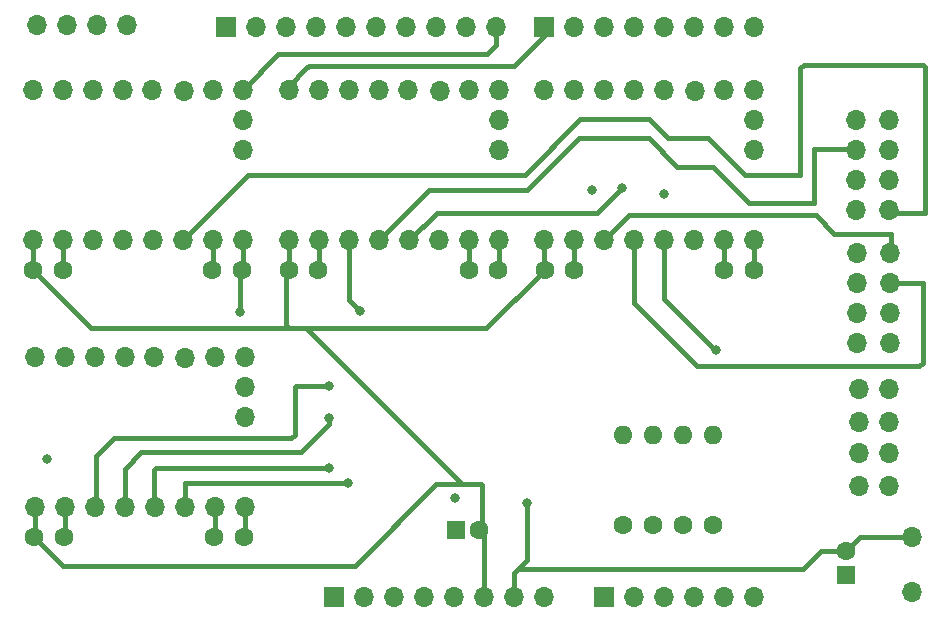
<source format=gbr>
%TF.GenerationSoftware,KiCad,Pcbnew,(6.0.6)*%
%TF.CreationDate,2022-07-08T17:21:04+08:00*%
%TF.ProjectId,Stepper,53746570-7065-4722-9e6b-696361645f70,rev?*%
%TF.SameCoordinates,Original*%
%TF.FileFunction,Copper,L4,Bot*%
%TF.FilePolarity,Positive*%
%FSLAX46Y46*%
G04 Gerber Fmt 4.6, Leading zero omitted, Abs format (unit mm)*
G04 Created by KiCad (PCBNEW (6.0.6)) date 2022-07-08 17:21:04*
%MOMM*%
%LPD*%
G01*
G04 APERTURE LIST*
%TA.AperFunction,ComponentPad*%
%ADD10R,1.700000X1.700000*%
%TD*%
%TA.AperFunction,ComponentPad*%
%ADD11O,1.700000X1.700000*%
%TD*%
%TA.AperFunction,ComponentPad*%
%ADD12C,1.600000*%
%TD*%
%TA.AperFunction,ComponentPad*%
%ADD13O,1.600000X1.600000*%
%TD*%
%TA.AperFunction,ComponentPad*%
%ADD14R,1.600000X1.600000*%
%TD*%
%TA.AperFunction,ViaPad*%
%ADD15C,0.800000*%
%TD*%
%TA.AperFunction,Conductor*%
%ADD16C,0.400000*%
%TD*%
G04 APERTURE END LIST*
D10*
%TO.P,J1,1,Pin_1*%
%TO.N,unconnected-(J1-Pad1)*%
X127940000Y-97460000D03*
D11*
%TO.P,J1,2,Pin_2*%
%TO.N,/IOREF*%
X130480000Y-97460000D03*
%TO.P,J1,3,Pin_3*%
%TO.N,/~{RESET}*%
X133020000Y-97460000D03*
%TO.P,J1,4,Pin_4*%
%TO.N,+3V3*%
X135560000Y-97460000D03*
%TO.P,J1,5,Pin_5*%
%TO.N,+5V*%
X138100000Y-97460000D03*
%TO.P,J1,6,Pin_6*%
%TO.N,GND*%
X140640000Y-97460000D03*
%TO.P,J1,7,Pin_7*%
X143180000Y-97460000D03*
%TO.P,J1,8,Pin_8*%
%TO.N,VCC*%
X145720000Y-97460000D03*
%TD*%
D10*
%TO.P,J3,1,Pin_1*%
%TO.N,/A0*%
X150800000Y-97460000D03*
D11*
%TO.P,J3,2,Pin_2*%
%TO.N,/A1*%
X153340000Y-97460000D03*
%TO.P,J3,3,Pin_3*%
%TO.N,/A2*%
X155880000Y-97460000D03*
%TO.P,J3,4,Pin_4*%
%TO.N,/A3*%
X158420000Y-97460000D03*
%TO.P,J3,5,Pin_5*%
%TO.N,/SDA{slash}A4*%
X160960000Y-97460000D03*
%TO.P,J3,6,Pin_6*%
%TO.N,/SCL{slash}A5*%
X163500000Y-97460000D03*
%TD*%
D10*
%TO.P,J2,1,Pin_1*%
%TO.N,/SCL{slash}A5*%
X118796000Y-49200000D03*
D11*
%TO.P,J2,2,Pin_2*%
%TO.N,/SDA{slash}A4*%
X121336000Y-49200000D03*
%TO.P,J2,3,Pin_3*%
%TO.N,/AREF*%
X123876000Y-49200000D03*
%TO.P,J2,4,Pin_4*%
%TO.N,GND*%
X126416000Y-49200000D03*
%TO.P,J2,5,Pin_5*%
%TO.N,/13*%
X128956000Y-49200000D03*
%TO.P,J2,6,Pin_6*%
%TO.N,/12*%
X131496000Y-49200000D03*
%TO.P,J2,7,Pin_7*%
%TO.N,/\u002A11*%
X134036000Y-49200000D03*
%TO.P,J2,8,Pin_8*%
%TO.N,/\u002A10*%
X136576000Y-49200000D03*
%TO.P,J2,9,Pin_9*%
%TO.N,/\u002A9*%
X139116000Y-49200000D03*
%TO.P,J2,10,Pin_10*%
%TO.N,/8*%
X141656000Y-49200000D03*
%TD*%
D10*
%TO.P,J4,1,Pin_1*%
%TO.N,/7*%
X145720000Y-49200000D03*
D11*
%TO.P,J4,2,Pin_2*%
%TO.N,/\u002A6*%
X148260000Y-49200000D03*
%TO.P,J4,3,Pin_3*%
%TO.N,/\u002A5*%
X150800000Y-49200000D03*
%TO.P,J4,4,Pin_4*%
%TO.N,/4*%
X153340000Y-49200000D03*
%TO.P,J4,5,Pin_5*%
%TO.N,/\u002A3*%
X155880000Y-49200000D03*
%TO.P,J4,6,Pin_6*%
%TO.N,/2*%
X158420000Y-49200000D03*
%TO.P,J4,7,Pin_7*%
%TO.N,/TX{slash}1*%
X160960000Y-49200000D03*
%TO.P,J4,8,Pin_8*%
%TO.N,/RX{slash}0*%
X163500000Y-49200000D03*
%TD*%
%TO.P,,D1,Pin_4*%
%TO.N,N/C*%
X120200000Y-57040000D03*
%TD*%
%TO.P,,D1,Pin_4*%
%TO.N,N/C*%
X134270000Y-67260000D03*
%TD*%
%TO.P,,D1,Pin_4*%
%TO.N,N/C*%
X174900000Y-79860000D03*
%TD*%
%TO.P,,D1,Pin_4*%
%TO.N,N/C*%
X134225799Y-54555827D03*
%TD*%
%TO.P,,D1,Pin_4*%
%TO.N,N/C*%
X131730000Y-67260000D03*
%TD*%
%TO.P,,D1,Pin_4*%
%TO.N,N/C*%
X104960000Y-67200000D03*
%TD*%
%TO.P,,D1,Pin_4*%
%TO.N,N/C*%
X172360000Y-79860000D03*
%TD*%
%TO.P,,D1,Pin_4*%
%TO.N,N/C*%
X117824201Y-77144173D03*
%TD*%
%TO.P,,D1,Pin_4*%
%TO.N,N/C*%
X112700000Y-77140000D03*
%TD*%
%TO.P,,D1,Pin_4*%
%TO.N,N/C*%
X158491710Y-54571710D03*
%TD*%
D12*
%TO.P,REF\u002A\u002A,1*%
%TO.N,N/C*%
X139350000Y-69800000D03*
%TO.P,REF\u002A\u002A,2*%
X141850000Y-69800000D03*
%TD*%
D11*
%TO.P,,D1,Pin_4*%
%TO.N,N/C*%
X117660000Y-67200000D03*
%TD*%
%TO.P,,D1,Pin_4*%
%TO.N,N/C*%
X148260000Y-54500000D03*
%TD*%
%TO.P,,D1,Pin_4*%
%TO.N,N/C*%
X175000000Y-75960000D03*
%TD*%
%TO.P,,D1,Pin_4*%
%TO.N,N/C*%
X148260000Y-67200000D03*
%TD*%
%TO.P,,D1,Pin_4*%
%TO.N,N/C*%
X172100000Y-59640000D03*
%TD*%
%TO.P,,D1,Pin_4*%
%TO.N,N/C*%
X105124201Y-77144173D03*
%TD*%
%TO.P,,D1,Pin_4*%
%TO.N,N/C*%
X120364201Y-82224173D03*
%TD*%
%TO.P,,D1,Pin_4*%
%TO.N,N/C*%
X139350000Y-67260000D03*
%TD*%
%TO.P,,D1,Pin_4*%
%TO.N,N/C*%
X120200000Y-54500000D03*
%TD*%
%TO.P,,D1,Pin_4*%
%TO.N,N/C*%
X150800000Y-67200000D03*
%TD*%
%TO.P,,D1,Pin_4*%
%TO.N,N/C*%
X172100000Y-57100000D03*
%TD*%
%TO.P,,D1,Pin_4*%
%TO.N,N/C*%
X175000000Y-70880000D03*
%TD*%
%TO.P,,D1,Pin_4*%
%TO.N,N/C*%
X145720000Y-67200000D03*
%TD*%
%TO.P,,D1,Pin_4*%
%TO.N,N/C*%
X163500000Y-67200000D03*
%TD*%
%TO.P,,D1,Pin_4*%
%TO.N,N/C*%
X175000000Y-73420000D03*
%TD*%
%TO.P,,D1,Pin_4*%
%TO.N,N/C*%
X150800000Y-54500000D03*
%TD*%
%TO.P,,D1,Pin_4*%
%TO.N,N/C*%
X163500000Y-59580000D03*
%TD*%
%TO.P,,D1,Pin_4*%
%TO.N,N/C*%
X124110000Y-54560000D03*
%TD*%
%TO.P,,D1,Pin_4*%
%TO.N,N/C*%
X120200000Y-59580000D03*
%TD*%
D12*
%TO.P,REF\u002A\u002A,1*%
%TO.N,N/C*%
X160960000Y-69740000D03*
%TO.P,REF\u002A\u002A,2*%
X163460000Y-69740000D03*
%TD*%
%TO.P,REF\u002A\u002A,1*%
%TO.N,N/C*%
X160000000Y-91310000D03*
D13*
%TO.P,REF\u002A\u002A,2*%
X160000000Y-83690000D03*
%TD*%
D11*
%TO.P,,D1,Pin_4*%
%TO.N,N/C*%
X126650000Y-67260000D03*
%TD*%
%TO.P,,D1,Pin_4*%
%TO.N,N/C*%
X115355911Y-77215883D03*
%TD*%
%TO.P,,D1,Pin_4*%
%TO.N,N/C*%
X110040000Y-54500000D03*
%TD*%
%TO.P,,D1,Pin_4*%
%TO.N,N/C*%
X115191710Y-54571710D03*
%TD*%
%TO.P,,D1,Pin_4*%
%TO.N,N/C*%
X141890000Y-67260000D03*
%TD*%
%TO.P,,D1,Pin_4*%
%TO.N,N/C*%
X102584201Y-77144173D03*
%TD*%
%TO.P,,D1,Pin_4*%
%TO.N,N/C*%
X172380000Y-88060000D03*
%TD*%
%TO.P,,D1,Pin_4*%
%TO.N,N/C*%
X172380000Y-85260000D03*
%TD*%
%TO.P,,D1,Pin_4*%
%TO.N,N/C*%
X174900000Y-59640000D03*
%TD*%
%TO.P,,D1,Pin_4*%
%TO.N,N/C*%
X107860000Y-49000000D03*
%TD*%
%TO.P,,D1,Pin_4*%
%TO.N,N/C*%
X172100000Y-62180000D03*
%TD*%
%TO.P,,D1,Pin_4*%
%TO.N,N/C*%
X129190000Y-67260000D03*
%TD*%
%TO.P,,D1,Pin_4*%
%TO.N,N/C*%
X102584201Y-89844173D03*
%TD*%
%TO.P,,D1,Pin_4*%
%TO.N,N/C*%
X160960000Y-67200000D03*
%TD*%
%TO.P,,D1,Pin_4*%
%TO.N,N/C*%
X131730000Y-54560000D03*
%TD*%
D12*
%TO.P,R 10 K,1*%
%TO.N,N/C*%
X152380000Y-91310000D03*
D13*
%TO.P,R 10 K,2*%
X152380000Y-83690000D03*
%TD*%
D11*
%TO.P,,D1,Pin_4*%
%TO.N,N/C*%
X105124201Y-89844173D03*
%TD*%
%TO.P,,D1,Pin_4*%
%TO.N,N/C*%
X172200000Y-70900000D03*
%TD*%
%TO.P,,D1,Pin_4*%
%TO.N,N/C*%
X153340000Y-67200000D03*
%TD*%
%TO.P,,D1,Pin_4*%
%TO.N,N/C*%
X141890000Y-54560000D03*
%TD*%
%TO.P,,D1,Pin_4*%
%TO.N,N/C*%
X120200000Y-67200000D03*
%TD*%
%TO.P,,D1,Pin_4*%
%TO.N,N/C*%
X117824201Y-89844173D03*
%TD*%
D14*
%TO.P,REF\u002A\u002A,1*%
%TO.N,N/C*%
X138244888Y-91800000D03*
D12*
%TO.P,REF\u002A\u002A,2*%
X140244888Y-91800000D03*
%TD*%
D11*
%TO.P,,D1,Pin_4*%
%TO.N,N/C*%
X104960000Y-54500000D03*
%TD*%
D12*
%TO.P,REF\u002A\u002A,1*%
%TO.N,N/C*%
X154920000Y-91310000D03*
D13*
%TO.P,REF\u002A\u002A,2*%
X154920000Y-83690000D03*
%TD*%
D11*
%TO.P,,D1,Pin_4*%
%TO.N,N/C*%
X174920000Y-85260000D03*
%TD*%
%TO.P,,D1,Pin_4*%
%TO.N,N/C*%
X102420000Y-54500000D03*
%TD*%
%TO.P,,D1,Pin_4*%
%TO.N,N/C*%
X163500000Y-57040000D03*
%TD*%
%TO.P,,D1,Pin_4*%
%TO.N,N/C*%
X172200000Y-68360000D03*
%TD*%
%TO.P,,D1,Pin_4*%
%TO.N,N/C*%
X174900000Y-64720000D03*
%TD*%
%TO.P,,D1,Pin_4*%
%TO.N,N/C*%
X136881710Y-54631710D03*
%TD*%
%TO.P,,D1,Pin_4*%
%TO.N,N/C*%
X155880000Y-67200000D03*
%TD*%
%TO.P,,D1,Pin_4*%
%TO.N,N/C*%
X174920000Y-88060000D03*
%TD*%
%TO.P,,D1,Pin_4*%
%TO.N,N/C*%
X141890000Y-59640000D03*
%TD*%
D12*
%TO.P,REF\u002A\u002A,1*%
%TO.N,N/C*%
X157460000Y-91310000D03*
D13*
%TO.P,REF\u002A\u002A,2*%
X157460000Y-83690000D03*
%TD*%
D11*
%TO.P,,D1,Pin_4*%
%TO.N,N/C*%
X110040000Y-67200000D03*
%TD*%
%TO.P,,D1,Pin_4*%
%TO.N,N/C*%
X136810000Y-67260000D03*
%TD*%
%TO.P,,D1,Pin_4*%
%TO.N,N/C*%
X172200000Y-73440000D03*
%TD*%
%TO.P,,D1,Pin_4*%
%TO.N,N/C*%
X174900000Y-57100000D03*
%TD*%
%TO.P,,D1,Pin_4*%
%TO.N,N/C*%
X160960000Y-54500000D03*
%TD*%
%TO.P,,D1,Pin_4*%
%TO.N,N/C*%
X115120000Y-67200000D03*
%TD*%
%TO.P,,D1,Pin_4*%
%TO.N,N/C*%
X124110000Y-67260000D03*
%TD*%
%TO.P,,D1,Pin_4*%
%TO.N,N/C*%
X120364201Y-89844173D03*
%TD*%
%TO.P,,D1,Pin_4*%
%TO.N,N/C*%
X107664201Y-89844173D03*
%TD*%
%TO.P,,D1,Pin_4*%
%TO.N,N/C*%
X129190000Y-54560000D03*
%TD*%
%TO.P,,D1,Pin_4*%
%TO.N,N/C*%
X117660000Y-54500000D03*
%TD*%
%TO.P,,D1,Pin_4*%
%TO.N,N/C*%
X155835799Y-54495827D03*
%TD*%
%TO.P,,D1,Pin_4*%
%TO.N,N/C*%
X163500000Y-54500000D03*
%TD*%
%TO.P,,D1,Pin_4*%
%TO.N,N/C*%
X174900000Y-62180000D03*
%TD*%
D12*
%TO.P,REF\u002A\u002A,1*%
%TO.N,N/C*%
X145760000Y-69740000D03*
%TO.P,REF\u002A\u002A,2*%
X148260000Y-69740000D03*
%TD*%
D11*
%TO.P,,D1,Pin_4*%
%TO.N,GND*%
X176900000Y-92400000D03*
%TD*%
%TO.P,,D1,Pin_4*%
%TO.N,N/C*%
X115284201Y-89844173D03*
%TD*%
%TO.P,,D1,Pin_4*%
%TO.N,N/C*%
X126650000Y-54560000D03*
%TD*%
D14*
%TO.P,C,1*%
%TO.N,N/C*%
X171300000Y-95555113D03*
D12*
%TO.P,C,2*%
X171300000Y-93555113D03*
%TD*%
D11*
%TO.P,,D1,Pin_4*%
%TO.N,N/C*%
X112580000Y-67200000D03*
%TD*%
%TO.P,,D1,Pin_4*%
%TO.N,N/C*%
X174920000Y-82660000D03*
%TD*%
D12*
%TO.P,REF\u002A\u002A,1*%
%TO.N,N/C*%
X124110000Y-69800000D03*
%TO.P,REF\u002A\u002A,2*%
X126610000Y-69800000D03*
%TD*%
D11*
%TO.P,,D1,Pin_4*%
%TO.N,N/C*%
X107500000Y-54500000D03*
%TD*%
%TO.P,,D1,Pin_4*%
%TO.N,N/C*%
X110204201Y-77144173D03*
%TD*%
%TO.P,,D1,Pin_4*%
%TO.N,N/C*%
X153340000Y-54500000D03*
%TD*%
%TO.P,,D1,Pin_4*%
%TO.N,VCC*%
X176900000Y-97000000D03*
%TD*%
%TO.P,,D1,Pin_4*%
%TO.N,N/C*%
X102420000Y-67200000D03*
%TD*%
%TO.P,,D1,Pin_4*%
%TO.N,N/C*%
X110204201Y-89844173D03*
%TD*%
D12*
%TO.P,REF\u002A\u002A,1*%
%TO.N,N/C*%
X102540000Y-92380000D03*
%TO.P,REF\u002A\u002A,2*%
X105040000Y-92380000D03*
%TD*%
D11*
%TO.P,,D1,Pin_4*%
%TO.N,N/C*%
X172200000Y-75980000D03*
%TD*%
%TO.P,,D1,Pin_4*%
%TO.N,N/C*%
X112744201Y-89844173D03*
%TD*%
%TO.P,,D1,Pin_4*%
%TO.N,N/C*%
X107500000Y-67200000D03*
%TD*%
%TO.P,,D1,Pin_4*%
%TO.N,N/C*%
X141890000Y-57100000D03*
%TD*%
%TO.P,,D1,Pin_4*%
%TO.N,N/C*%
X172100000Y-64720000D03*
%TD*%
%TO.P,,D1,Pin_4*%
%TO.N,N/C*%
X145720000Y-54500000D03*
%TD*%
%TO.P,,D1,Pin_4*%
%TO.N,N/C*%
X120364201Y-79684173D03*
%TD*%
%TO.P,,D1,Pin_4*%
%TO.N,N/C*%
X158420000Y-67200000D03*
%TD*%
D12*
%TO.P,REF\u002A\u002A,1*%
%TO.N,N/C*%
X117780000Y-92380000D03*
%TO.P,REF\u002A\u002A,2*%
X120280000Y-92380000D03*
%TD*%
%TO.P,REF\u002A\u002A,1*%
%TO.N,N/C*%
X102446709Y-69771710D03*
%TO.P,REF\u002A\u002A,2*%
X104946709Y-69771710D03*
%TD*%
D11*
%TO.P,,D1,Pin_4*%
%TO.N,N/C*%
X110400000Y-49000000D03*
%TD*%
%TO.P,,D1,Pin_4*%
%TO.N,N/C*%
X112535799Y-54495827D03*
%TD*%
%TO.P,,D1,Pin_4*%
%TO.N,N/C*%
X175000000Y-68340000D03*
%TD*%
%TO.P,,D1,Pin_4*%
%TO.N,N/C*%
X102780000Y-49000000D03*
%TD*%
%TO.P,,D1,Pin_4*%
%TO.N,N/C*%
X120364201Y-77144173D03*
%TD*%
%TO.P,,D1,Pin_4*%
%TO.N,N/C*%
X105320000Y-49000000D03*
%TD*%
%TO.P,,D1,Pin_4*%
%TO.N,N/C*%
X172380000Y-82660000D03*
%TD*%
%TO.P,,D1,Pin_4*%
%TO.N,N/C*%
X139350000Y-54560000D03*
%TD*%
%TO.P,,D1,Pin_4*%
%TO.N,N/C*%
X107664201Y-77144173D03*
%TD*%
D12*
%TO.P,REF\u002A\u002A,1*%
%TO.N,N/C*%
X117615799Y-69740000D03*
%TO.P,REF\u002A\u002A,2*%
X120115799Y-69740000D03*
%TD*%
D15*
%TO.N,*%
X144300000Y-89500000D03*
X127500000Y-86500000D03*
X152300000Y-62800000D03*
X129100000Y-87800000D03*
X160300000Y-76500000D03*
X120000000Y-73300000D03*
X155900000Y-63300000D03*
X130100000Y-73200000D03*
X149800000Y-63000000D03*
X127500000Y-79600000D03*
X127500000Y-82300000D03*
%TO.N,GND*%
X103600000Y-85800000D03*
%TO.N,+5V*%
X138200000Y-89100000D03*
%TD*%
D16*
%TO.N,*%
X177780000Y-70880000D02*
X175000000Y-70880000D01*
X167700000Y-52400000D02*
X177800000Y-52400000D01*
X158700000Y-77900000D02*
X177500000Y-77900000D01*
X115284201Y-89844173D02*
X115300000Y-89828374D01*
X153340000Y-72540000D02*
X158700000Y-77900000D01*
X148800000Y-57000000D02*
X154600000Y-57000000D01*
X124600000Y-79700000D02*
X124700000Y-79600000D01*
X127500000Y-82800000D02*
X125100000Y-85200000D01*
X125100000Y-85200000D02*
X111600000Y-85200000D01*
X115300000Y-89828374D02*
X115300000Y-87800000D01*
X160000000Y-61000000D02*
X163100000Y-64100000D01*
X136630000Y-64900000D02*
X134270000Y-67260000D01*
X178000000Y-52600000D02*
X178000000Y-64900000D01*
X120620000Y-61700000D02*
X144100000Y-61700000D01*
X144100000Y-61700000D02*
X148800000Y-57000000D01*
X177800000Y-52400000D02*
X178000000Y-52600000D01*
X131730000Y-67260000D02*
X135990000Y-63000000D01*
X157000000Y-61000000D02*
X160000000Y-61000000D01*
X177800000Y-77600000D02*
X177800000Y-70900000D01*
X152300000Y-62800000D02*
X150200000Y-64900000D01*
X175100000Y-66700000D02*
X175100000Y-68240000D01*
X160200000Y-76500000D02*
X160300000Y-76500000D01*
X150200000Y-64900000D02*
X136630000Y-64900000D01*
X124600000Y-83700000D02*
X124600000Y-79700000D01*
X177500000Y-77900000D02*
X177800000Y-77600000D01*
X162700000Y-61700000D02*
X167400000Y-61700000D01*
X153340000Y-67200000D02*
X153340000Y-72540000D01*
X155900000Y-72200000D02*
X160200000Y-76500000D01*
X110204201Y-86595799D02*
X110204201Y-89844173D01*
X159600000Y-58600000D02*
X162700000Y-61700000D01*
X144300000Y-63000000D02*
X148700000Y-58600000D01*
X107664201Y-89844173D02*
X107800000Y-89708374D01*
X135990000Y-63000000D02*
X144300000Y-63000000D01*
X175080000Y-64900000D02*
X174900000Y-64720000D01*
X109300000Y-84000000D02*
X124300000Y-84000000D01*
X167400000Y-61700000D02*
X167400000Y-52700000D01*
X152900000Y-65100000D02*
X168700000Y-65100000D01*
X112744201Y-89844173D02*
X112700000Y-89799972D01*
X155880000Y-67200000D02*
X155900000Y-67220000D01*
X154600000Y-58600000D02*
X157000000Y-61000000D01*
X177800000Y-70900000D02*
X177780000Y-70880000D01*
X129100000Y-87800000D02*
X129200000Y-87900000D01*
X107800000Y-85500000D02*
X109300000Y-84000000D01*
X112700000Y-86700000D02*
X112900000Y-86500000D01*
X156200000Y-58600000D02*
X159600000Y-58600000D01*
X168600000Y-64100000D02*
X168600000Y-59500000D01*
X178000000Y-64900000D02*
X175080000Y-64900000D01*
X154600000Y-57000000D02*
X156200000Y-58600000D01*
X127500000Y-82300000D02*
X127500000Y-82800000D01*
X163100000Y-64100000D02*
X168600000Y-64100000D01*
X168700000Y-65100000D02*
X170300000Y-66700000D01*
X171960000Y-59500000D02*
X172100000Y-59640000D01*
X155900000Y-67220000D02*
X155900000Y-72200000D01*
X167400000Y-52700000D02*
X167700000Y-52400000D01*
X168600000Y-59500000D02*
X171960000Y-59500000D01*
X170300000Y-66700000D02*
X175100000Y-66700000D01*
X112900000Y-86500000D02*
X127500000Y-86500000D01*
X111600000Y-85200000D02*
X110204201Y-86595799D01*
X175100000Y-68240000D02*
X175000000Y-68340000D01*
X112700000Y-89799972D02*
X112700000Y-86700000D01*
X107800000Y-89708374D02*
X107800000Y-85500000D01*
X115120000Y-67200000D02*
X120620000Y-61700000D01*
X124300000Y-84000000D02*
X124600000Y-83700000D01*
X129190000Y-72290000D02*
X130100000Y-73200000D01*
X115300000Y-87800000D02*
X129100000Y-87800000D01*
X148700000Y-58600000D02*
X154600000Y-58600000D01*
X150800000Y-67200000D02*
X152900000Y-65100000D01*
X124700000Y-79600000D02*
X127500000Y-79600000D01*
X129190000Y-67260000D02*
X129190000Y-72290000D01*
%TO.N,GND*%
X124600000Y-74700000D02*
X125600000Y-74700000D01*
X117660000Y-69695799D02*
X117615799Y-69740000D01*
X117824201Y-89844173D02*
X117824201Y-92335799D01*
X102420000Y-69745001D02*
X102446709Y-69771710D01*
X143450000Y-95150000D02*
X144300000Y-94300000D01*
X107374999Y-74700000D02*
X124100000Y-74700000D01*
X117660000Y-67200000D02*
X117660000Y-69695799D01*
X102540000Y-92380000D02*
X104960000Y-94800000D01*
X172455113Y-92400000D02*
X171300000Y-93555113D01*
X139350000Y-67260000D02*
X139350000Y-69800000D01*
X145720000Y-67200000D02*
X145720000Y-69700000D01*
X140500000Y-88000000D02*
X140500000Y-91544888D01*
X145760000Y-69740000D02*
X140800000Y-74700000D01*
X143450000Y-95150000D02*
X143180000Y-95420000D01*
X102446709Y-69771710D02*
X107374999Y-74700000D01*
X171300000Y-93555113D02*
X169144887Y-93555113D01*
X102584201Y-92335799D02*
X102540000Y-92380000D01*
X129700000Y-94800000D02*
X136600000Y-87900000D01*
X143500000Y-95100000D02*
X143450000Y-95150000D01*
X123900000Y-70010000D02*
X123900000Y-74500000D01*
X176900000Y-92400000D02*
X172455113Y-92400000D01*
X145720000Y-69700000D02*
X145760000Y-69740000D01*
X167600000Y-95100000D02*
X143500000Y-95100000D01*
X117824201Y-92335799D02*
X117780000Y-92380000D01*
X140400000Y-87900000D02*
X140500000Y-88000000D01*
X140640000Y-97460000D02*
X140640000Y-92195112D01*
X104960000Y-94800000D02*
X124600000Y-94800000D01*
X125600000Y-74700000D02*
X138800000Y-87900000D01*
X124600000Y-94800000D02*
X129700000Y-94800000D01*
X136600000Y-87900000D02*
X138800000Y-87900000D01*
X143180000Y-95420000D02*
X143180000Y-97460000D01*
X138800000Y-87900000D02*
X140400000Y-87900000D01*
X102420000Y-67200000D02*
X102420000Y-69745001D01*
X140800000Y-74700000D02*
X124600000Y-74700000D01*
X169144887Y-93555113D02*
X167600000Y-95100000D01*
X102584201Y-89844173D02*
X102584201Y-92335799D01*
X123900000Y-74500000D02*
X124100000Y-74700000D01*
X124110000Y-67260000D02*
X124110000Y-69800000D01*
X124110000Y-69800000D02*
X123900000Y-70010000D01*
X140500000Y-91544888D02*
X140244888Y-91800000D01*
X124100000Y-74700000D02*
X124600000Y-74700000D01*
X144300000Y-94300000D02*
X144300000Y-89500000D01*
X160960000Y-67200000D02*
X160960000Y-69740000D01*
X140640000Y-92195112D02*
X140244888Y-91800000D01*
%TO.N,+5V*%
X104960000Y-69758419D02*
X104946709Y-69771710D01*
X104960000Y-67200000D02*
X104960000Y-69758419D01*
X126650000Y-67260000D02*
X126650000Y-69760000D01*
X105124201Y-89844173D02*
X105124201Y-92295799D01*
X148260000Y-67200000D02*
X148260000Y-69740000D01*
X105124201Y-92295799D02*
X105040000Y-92380000D01*
X126650000Y-69760000D02*
X126610000Y-69800000D01*
%TO.N,/8*%
X141656000Y-50744000D02*
X141656000Y-49200000D01*
X140900000Y-51500000D02*
X141656000Y-50744000D01*
X120200000Y-54500000D02*
X123200000Y-51500000D01*
X123200000Y-51500000D02*
X140900000Y-51500000D01*
%TO.N,/7*%
X125600000Y-52700000D02*
X125800000Y-52500000D01*
X145720000Y-49980000D02*
X145720000Y-49200000D01*
X143200000Y-52500000D02*
X145720000Y-49980000D01*
X125800000Y-52500000D02*
X143200000Y-52500000D01*
X124110000Y-54560000D02*
X124110000Y-54190000D01*
X124110000Y-54190000D02*
X125600000Y-52700000D01*
%TO.N,VCC*%
X120200000Y-69655799D02*
X120115799Y-69740000D01*
X120364201Y-92295799D02*
X120280000Y-92380000D01*
X163500000Y-67200000D02*
X163500000Y-69700000D01*
X141890000Y-69760000D02*
X141850000Y-69800000D01*
X120115799Y-69740000D02*
X120000000Y-69855799D01*
X141890000Y-67260000D02*
X141890000Y-69760000D01*
X163500000Y-69700000D02*
X163460000Y-69740000D01*
X120000000Y-69855799D02*
X120000000Y-73300000D01*
X120200000Y-67200000D02*
X120200000Y-69655799D01*
X120364201Y-89844173D02*
X120364201Y-92295799D01*
%TD*%
M02*

</source>
